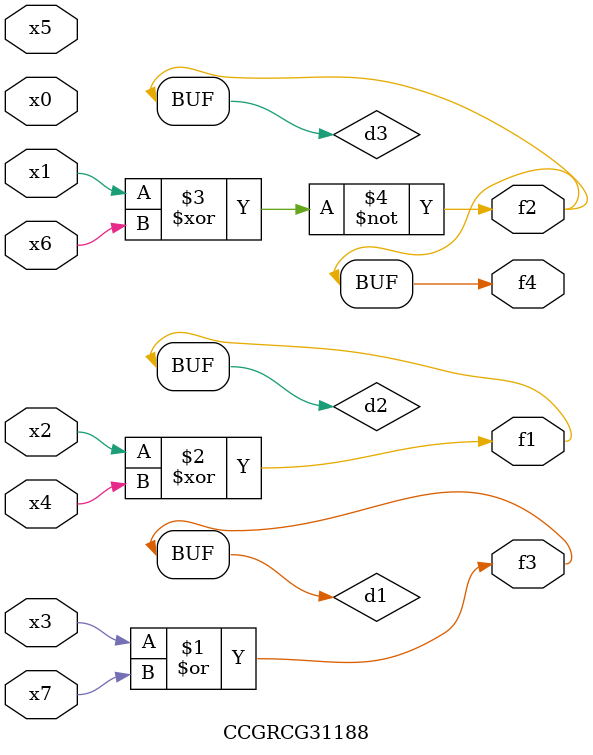
<source format=v>
module CCGRCG31188(
	input x0, x1, x2, x3, x4, x5, x6, x7,
	output f1, f2, f3, f4
);

	wire d1, d2, d3;

	or (d1, x3, x7);
	xor (d2, x2, x4);
	xnor (d3, x1, x6);
	assign f1 = d2;
	assign f2 = d3;
	assign f3 = d1;
	assign f4 = d3;
endmodule

</source>
